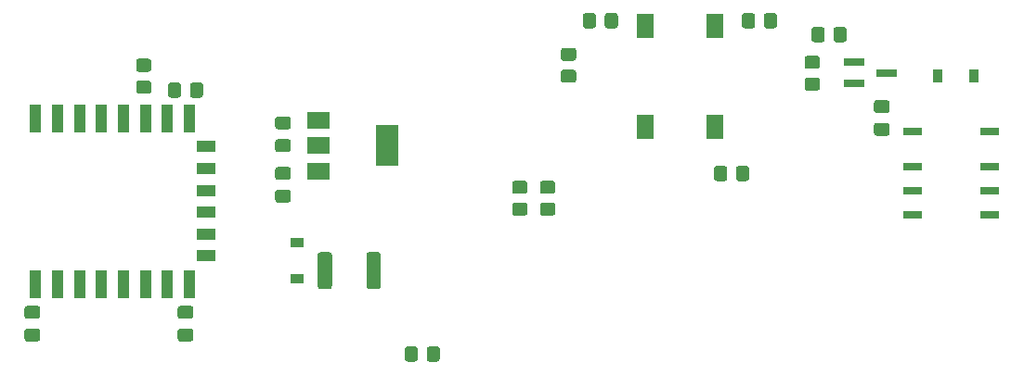
<source format=gbr>
%TF.GenerationSoftware,KiCad,Pcbnew,5.1.12-84ad8e8a86~92~ubuntu20.04.1*%
%TF.CreationDate,2022-01-15T19:27:07+01:00*%
%TF.ProjectId,autotrigger_dslr,6175746f-7472-4696-9767-65725f64736c,rev?*%
%TF.SameCoordinates,Original*%
%TF.FileFunction,Paste,Top*%
%TF.FilePolarity,Positive*%
%FSLAX46Y46*%
G04 Gerber Fmt 4.6, Leading zero omitted, Abs format (unit mm)*
G04 Created by KiCad (PCBNEW 5.1.12-84ad8e8a86~92~ubuntu20.04.1) date 2022-01-15 19:27:07*
%MOMM*%
%LPD*%
G01*
G04 APERTURE LIST*
%ADD10R,1.800000X0.800000*%
%ADD11R,1.900000X0.800000*%
%ADD12R,1.600000X2.180000*%
%ADD13R,1.000000X2.500000*%
%ADD14R,1.800000X1.000000*%
%ADD15R,2.000000X3.800000*%
%ADD16R,2.000000X1.500000*%
%ADD17R,0.900000X1.200000*%
%ADD18R,1.200000X0.900000*%
G04 APERTURE END LIST*
%TO.C,C1*%
G36*
G01*
X64295000Y-90387500D02*
X65245000Y-90387500D01*
G75*
G02*
X65495000Y-90637500I0J-250000D01*
G01*
X65495000Y-91312500D01*
G75*
G02*
X65245000Y-91562500I-250000J0D01*
G01*
X64295000Y-91562500D01*
G75*
G02*
X64045000Y-91312500I0J250000D01*
G01*
X64045000Y-90637500D01*
G75*
G02*
X64295000Y-90387500I250000J0D01*
G01*
G37*
G36*
G01*
X64295000Y-88312500D02*
X65245000Y-88312500D01*
G75*
G02*
X65495000Y-88562500I0J-250000D01*
G01*
X65495000Y-89237500D01*
G75*
G02*
X65245000Y-89487500I-250000J0D01*
G01*
X64295000Y-89487500D01*
G75*
G02*
X64045000Y-89237500I0J250000D01*
G01*
X64045000Y-88562500D01*
G75*
G02*
X64295000Y-88312500I250000J0D01*
G01*
G37*
%TD*%
%TO.C,C2*%
G36*
G01*
X65245000Y-86947500D02*
X64295000Y-86947500D01*
G75*
G02*
X64045000Y-86697500I0J250000D01*
G01*
X64045000Y-86022500D01*
G75*
G02*
X64295000Y-85772500I250000J0D01*
G01*
X65245000Y-85772500D01*
G75*
G02*
X65495000Y-86022500I0J-250000D01*
G01*
X65495000Y-86697500D01*
G75*
G02*
X65245000Y-86947500I-250000J0D01*
G01*
G37*
G36*
G01*
X65245000Y-84872500D02*
X64295000Y-84872500D01*
G75*
G02*
X64045000Y-84622500I0J250000D01*
G01*
X64045000Y-83947500D01*
G75*
G02*
X64295000Y-83697500I250000J0D01*
G01*
X65245000Y-83697500D01*
G75*
G02*
X65495000Y-83947500I0J-250000D01*
G01*
X65495000Y-84622500D01*
G75*
G02*
X65245000Y-84872500I-250000J0D01*
G01*
G37*
%TD*%
%TO.C,C3*%
G36*
G01*
X41435000Y-101012500D02*
X42385000Y-101012500D01*
G75*
G02*
X42635000Y-101262500I0J-250000D01*
G01*
X42635000Y-101937500D01*
G75*
G02*
X42385000Y-102187500I-250000J0D01*
G01*
X41435000Y-102187500D01*
G75*
G02*
X41185000Y-101937500I0J250000D01*
G01*
X41185000Y-101262500D01*
G75*
G02*
X41435000Y-101012500I250000J0D01*
G01*
G37*
G36*
G01*
X41435000Y-103087500D02*
X42385000Y-103087500D01*
G75*
G02*
X42635000Y-103337500I0J-250000D01*
G01*
X42635000Y-104012500D01*
G75*
G02*
X42385000Y-104262500I-250000J0D01*
G01*
X41435000Y-104262500D01*
G75*
G02*
X41185000Y-104012500I0J250000D01*
G01*
X41185000Y-103337500D01*
G75*
G02*
X41435000Y-103087500I250000J0D01*
G01*
G37*
%TD*%
%TO.C,C4*%
G36*
G01*
X119855000Y-85445000D02*
X118905000Y-85445000D01*
G75*
G02*
X118655000Y-85195000I0J250000D01*
G01*
X118655000Y-84520000D01*
G75*
G02*
X118905000Y-84270000I250000J0D01*
G01*
X119855000Y-84270000D01*
G75*
G02*
X120105000Y-84520000I0J-250000D01*
G01*
X120105000Y-85195000D01*
G75*
G02*
X119855000Y-85445000I-250000J0D01*
G01*
G37*
G36*
G01*
X119855000Y-83370000D02*
X118905000Y-83370000D01*
G75*
G02*
X118655000Y-83120000I0J250000D01*
G01*
X118655000Y-82445000D01*
G75*
G02*
X118905000Y-82195000I250000J0D01*
G01*
X119855000Y-82195000D01*
G75*
G02*
X120105000Y-82445000I0J-250000D01*
G01*
X120105000Y-83120000D01*
G75*
G02*
X119855000Y-83370000I-250000J0D01*
G01*
G37*
%TD*%
%TO.C,C5*%
G36*
G01*
X56355000Y-102187500D02*
X55405000Y-102187500D01*
G75*
G02*
X55155000Y-101937500I0J250000D01*
G01*
X55155000Y-101262500D01*
G75*
G02*
X55405000Y-101012500I250000J0D01*
G01*
X56355000Y-101012500D01*
G75*
G02*
X56605000Y-101262500I0J-250000D01*
G01*
X56605000Y-101937500D01*
G75*
G02*
X56355000Y-102187500I-250000J0D01*
G01*
G37*
G36*
G01*
X56355000Y-104262500D02*
X55405000Y-104262500D01*
G75*
G02*
X55155000Y-104012500I0J250000D01*
G01*
X55155000Y-103337500D01*
G75*
G02*
X55405000Y-103087500I250000J0D01*
G01*
X56355000Y-103087500D01*
G75*
G02*
X56605000Y-103337500I0J-250000D01*
G01*
X56605000Y-104012500D01*
G75*
G02*
X56355000Y-104262500I-250000J0D01*
G01*
G37*
%TD*%
D10*
%TO.C,K1*%
X129230000Y-85100000D03*
X129230000Y-88300000D03*
X129230000Y-90500000D03*
X129230000Y-92700000D03*
X122230000Y-92700000D03*
X122230000Y-90500000D03*
X122230000Y-88300000D03*
X122230000Y-85100000D03*
%TD*%
D11*
%TO.C,Q1*%
X116840000Y-78740000D03*
X116840000Y-80640000D03*
X119840000Y-79690000D03*
%TD*%
%TO.C,R1*%
G36*
G01*
X109820000Y-74479999D02*
X109820000Y-75380001D01*
G75*
G02*
X109570001Y-75630000I-249999J0D01*
G01*
X108869999Y-75630000D01*
G75*
G02*
X108620000Y-75380001I0J249999D01*
G01*
X108620000Y-74479999D01*
G75*
G02*
X108869999Y-74230000I249999J0D01*
G01*
X109570001Y-74230000D01*
G75*
G02*
X109820000Y-74479999I0J-249999D01*
G01*
G37*
G36*
G01*
X107820000Y-74479999D02*
X107820000Y-75380001D01*
G75*
G02*
X107570001Y-75630000I-249999J0D01*
G01*
X106869999Y-75630000D01*
G75*
G02*
X106620000Y-75380001I0J249999D01*
G01*
X106620000Y-74479999D01*
G75*
G02*
X106869999Y-74230000I249999J0D01*
G01*
X107570001Y-74230000D01*
G75*
G02*
X107820000Y-74479999I0J-249999D01*
G01*
G37*
%TD*%
%TO.C,R2*%
G36*
G01*
X94110000Y-75380001D02*
X94110000Y-74479999D01*
G75*
G02*
X94359999Y-74230000I249999J0D01*
G01*
X95060001Y-74230000D01*
G75*
G02*
X95310000Y-74479999I0J-249999D01*
G01*
X95310000Y-75380001D01*
G75*
G02*
X95060001Y-75630000I-249999J0D01*
G01*
X94359999Y-75630000D01*
G75*
G02*
X94110000Y-75380001I0J249999D01*
G01*
G37*
G36*
G01*
X92110000Y-75380001D02*
X92110000Y-74479999D01*
G75*
G02*
X92359999Y-74230000I249999J0D01*
G01*
X93060001Y-74230000D01*
G75*
G02*
X93310000Y-74479999I0J-249999D01*
G01*
X93310000Y-75380001D01*
G75*
G02*
X93060001Y-75630000I-249999J0D01*
G01*
X92359999Y-75630000D01*
G75*
G02*
X92110000Y-75380001I0J249999D01*
G01*
G37*
%TD*%
%TO.C,R3*%
G36*
G01*
X116170000Y-75749999D02*
X116170000Y-76650001D01*
G75*
G02*
X115920001Y-76900000I-249999J0D01*
G01*
X115219999Y-76900000D01*
G75*
G02*
X114970000Y-76650001I0J249999D01*
G01*
X114970000Y-75749999D01*
G75*
G02*
X115219999Y-75500000I249999J0D01*
G01*
X115920001Y-75500000D01*
G75*
G02*
X116170000Y-75749999I0J-249999D01*
G01*
G37*
G36*
G01*
X114170000Y-75749999D02*
X114170000Y-76650001D01*
G75*
G02*
X113920001Y-76900000I-249999J0D01*
G01*
X113219999Y-76900000D01*
G75*
G02*
X112970000Y-76650001I0J249999D01*
G01*
X112970000Y-75749999D01*
G75*
G02*
X113219999Y-75500000I249999J0D01*
G01*
X113920001Y-75500000D01*
G75*
G02*
X114170000Y-75749999I0J-249999D01*
G01*
G37*
%TD*%
%TO.C,R4*%
G36*
G01*
X112579999Y-80140000D02*
X113480001Y-80140000D01*
G75*
G02*
X113730000Y-80389999I0J-249999D01*
G01*
X113730000Y-81090001D01*
G75*
G02*
X113480001Y-81340000I-249999J0D01*
G01*
X112579999Y-81340000D01*
G75*
G02*
X112330000Y-81090001I0J249999D01*
G01*
X112330000Y-80389999D01*
G75*
G02*
X112579999Y-80140000I249999J0D01*
G01*
G37*
G36*
G01*
X112579999Y-78140000D02*
X113480001Y-78140000D01*
G75*
G02*
X113730000Y-78389999I0J-249999D01*
G01*
X113730000Y-79090001D01*
G75*
G02*
X113480001Y-79340000I-249999J0D01*
G01*
X112579999Y-79340000D01*
G75*
G02*
X112330000Y-79090001I0J249999D01*
G01*
X112330000Y-78389999D01*
G75*
G02*
X112579999Y-78140000I249999J0D01*
G01*
G37*
%TD*%
%TO.C,R5*%
G36*
G01*
X91255001Y-78610000D02*
X90354999Y-78610000D01*
G75*
G02*
X90105000Y-78360001I0J249999D01*
G01*
X90105000Y-77659999D01*
G75*
G02*
X90354999Y-77410000I249999J0D01*
G01*
X91255001Y-77410000D01*
G75*
G02*
X91505000Y-77659999I0J-249999D01*
G01*
X91505000Y-78360001D01*
G75*
G02*
X91255001Y-78610000I-249999J0D01*
G01*
G37*
G36*
G01*
X91255001Y-80610000D02*
X90354999Y-80610000D01*
G75*
G02*
X90105000Y-80360001I0J249999D01*
G01*
X90105000Y-79659999D01*
G75*
G02*
X90354999Y-79410000I249999J0D01*
G01*
X91255001Y-79410000D01*
G75*
G02*
X91505000Y-79659999I0J-249999D01*
G01*
X91505000Y-80360001D01*
G75*
G02*
X91255001Y-80610000I-249999J0D01*
G01*
G37*
%TD*%
%TO.C,R6*%
G36*
G01*
X86810001Y-92770000D02*
X85909999Y-92770000D01*
G75*
G02*
X85660000Y-92520001I0J249999D01*
G01*
X85660000Y-91819999D01*
G75*
G02*
X85909999Y-91570000I249999J0D01*
G01*
X86810001Y-91570000D01*
G75*
G02*
X87060000Y-91819999I0J-249999D01*
G01*
X87060000Y-92520001D01*
G75*
G02*
X86810001Y-92770000I-249999J0D01*
G01*
G37*
G36*
G01*
X86810001Y-90770000D02*
X85909999Y-90770000D01*
G75*
G02*
X85660000Y-90520001I0J249999D01*
G01*
X85660000Y-89819999D01*
G75*
G02*
X85909999Y-89570000I249999J0D01*
G01*
X86810001Y-89570000D01*
G75*
G02*
X87060000Y-89819999I0J-249999D01*
G01*
X87060000Y-90520001D01*
G75*
G02*
X86810001Y-90770000I-249999J0D01*
G01*
G37*
%TD*%
%TO.C,R7*%
G36*
G01*
X88449999Y-91570000D02*
X89350001Y-91570000D01*
G75*
G02*
X89600000Y-91819999I0J-249999D01*
G01*
X89600000Y-92520001D01*
G75*
G02*
X89350001Y-92770000I-249999J0D01*
G01*
X88449999Y-92770000D01*
G75*
G02*
X88200000Y-92520001I0J249999D01*
G01*
X88200000Y-91819999D01*
G75*
G02*
X88449999Y-91570000I249999J0D01*
G01*
G37*
G36*
G01*
X88449999Y-89570000D02*
X89350001Y-89570000D01*
G75*
G02*
X89600000Y-89819999I0J-249999D01*
G01*
X89600000Y-90520001D01*
G75*
G02*
X89350001Y-90770000I-249999J0D01*
G01*
X88449999Y-90770000D01*
G75*
G02*
X88200000Y-90520001I0J249999D01*
G01*
X88200000Y-89819999D01*
G75*
G02*
X88449999Y-89570000I249999J0D01*
G01*
G37*
%TD*%
%TO.C,R8*%
G36*
G01*
X107280000Y-88449999D02*
X107280000Y-89350001D01*
G75*
G02*
X107030001Y-89600000I-249999J0D01*
G01*
X106329999Y-89600000D01*
G75*
G02*
X106080000Y-89350001I0J249999D01*
G01*
X106080000Y-88449999D01*
G75*
G02*
X106329999Y-88200000I249999J0D01*
G01*
X107030001Y-88200000D01*
G75*
G02*
X107280000Y-88449999I0J-249999D01*
G01*
G37*
G36*
G01*
X105280000Y-88449999D02*
X105280000Y-89350001D01*
G75*
G02*
X105030001Y-89600000I-249999J0D01*
G01*
X104329999Y-89600000D01*
G75*
G02*
X104080000Y-89350001I0J249999D01*
G01*
X104080000Y-88449999D01*
G75*
G02*
X104329999Y-88200000I249999J0D01*
G01*
X105030001Y-88200000D01*
G75*
G02*
X105280000Y-88449999I0J-249999D01*
G01*
G37*
%TD*%
%TO.C,R9*%
G36*
G01*
X77870000Y-105860001D02*
X77870000Y-104959999D01*
G75*
G02*
X78119999Y-104710000I249999J0D01*
G01*
X78820001Y-104710000D01*
G75*
G02*
X79070000Y-104959999I0J-249999D01*
G01*
X79070000Y-105860001D01*
G75*
G02*
X78820001Y-106110000I-249999J0D01*
G01*
X78119999Y-106110000D01*
G75*
G02*
X77870000Y-105860001I0J249999D01*
G01*
G37*
G36*
G01*
X75870000Y-105860001D02*
X75870000Y-104959999D01*
G75*
G02*
X76119999Y-104710000I249999J0D01*
G01*
X76820001Y-104710000D01*
G75*
G02*
X77070000Y-104959999I0J-249999D01*
G01*
X77070000Y-105860001D01*
G75*
G02*
X76820001Y-106110000I-249999J0D01*
G01*
X76119999Y-106110000D01*
G75*
G02*
X75870000Y-105860001I0J249999D01*
G01*
G37*
%TD*%
%TO.C,R10*%
G36*
G01*
X51619999Y-78410000D02*
X52520001Y-78410000D01*
G75*
G02*
X52770000Y-78659999I0J-249999D01*
G01*
X52770000Y-79360001D01*
G75*
G02*
X52520001Y-79610000I-249999J0D01*
G01*
X51619999Y-79610000D01*
G75*
G02*
X51370000Y-79360001I0J249999D01*
G01*
X51370000Y-78659999D01*
G75*
G02*
X51619999Y-78410000I249999J0D01*
G01*
G37*
G36*
G01*
X51619999Y-80410000D02*
X52520001Y-80410000D01*
G75*
G02*
X52770000Y-80659999I0J-249999D01*
G01*
X52770000Y-81360001D01*
G75*
G02*
X52520001Y-81610000I-249999J0D01*
G01*
X51619999Y-81610000D01*
G75*
G02*
X51370000Y-81360001I0J249999D01*
G01*
X51370000Y-80659999D01*
G75*
G02*
X51619999Y-80410000I249999J0D01*
G01*
G37*
%TD*%
%TO.C,R11*%
G36*
G01*
X57480000Y-80829999D02*
X57480000Y-81730001D01*
G75*
G02*
X57230001Y-81980000I-249999J0D01*
G01*
X56529999Y-81980000D01*
G75*
G02*
X56280000Y-81730001I0J249999D01*
G01*
X56280000Y-80829999D01*
G75*
G02*
X56529999Y-80580000I249999J0D01*
G01*
X57230001Y-80580000D01*
G75*
G02*
X57480000Y-80829999I0J-249999D01*
G01*
G37*
G36*
G01*
X55480000Y-80829999D02*
X55480000Y-81730001D01*
G75*
G02*
X55230001Y-81980000I-249999J0D01*
G01*
X54529999Y-81980000D01*
G75*
G02*
X54280000Y-81730001I0J249999D01*
G01*
X54280000Y-80829999D01*
G75*
G02*
X54529999Y-80580000I249999J0D01*
G01*
X55230001Y-80580000D01*
G75*
G02*
X55480000Y-80829999I0J-249999D01*
G01*
G37*
%TD*%
D12*
%TO.C,SW1*%
X104140000Y-75420000D03*
X104140000Y-84600000D03*
%TD*%
%TO.C,SW2*%
X97790000Y-84600000D03*
X97790000Y-75420000D03*
%TD*%
D13*
%TO.C,U1*%
X42220000Y-99040000D03*
X44220000Y-99040000D03*
X46220000Y-99040000D03*
X48220000Y-99040000D03*
X50220000Y-99040000D03*
X52220000Y-99040000D03*
X54220000Y-99040000D03*
X56220000Y-99040000D03*
D14*
X57720000Y-96440000D03*
X57720000Y-94440000D03*
X57720000Y-92440000D03*
X57720000Y-90440000D03*
X57720000Y-88440000D03*
X57720000Y-86440000D03*
D13*
X56220000Y-83840000D03*
X54220000Y-83840000D03*
X52220000Y-83840000D03*
X50220000Y-83840000D03*
X48220000Y-83840000D03*
X46220000Y-83840000D03*
X44220000Y-83840000D03*
X42220000Y-83840000D03*
%TD*%
D15*
%TO.C,U2*%
X74270000Y-86360000D03*
D16*
X67970000Y-86360000D03*
X67970000Y-88660000D03*
X67970000Y-84060000D03*
%TD*%
D17*
%TO.C,D1*%
X124460000Y-80010000D03*
X127760000Y-80010000D03*
%TD*%
D18*
%TO.C,D2*%
X66040000Y-95250000D03*
X66040000Y-98550000D03*
%TD*%
%TO.C,F1*%
G36*
G01*
X67930000Y-99240001D02*
X67930000Y-96339999D01*
G75*
G02*
X68179999Y-96090000I249999J0D01*
G01*
X68980001Y-96090000D01*
G75*
G02*
X69230000Y-96339999I0J-249999D01*
G01*
X69230000Y-99240001D01*
G75*
G02*
X68980001Y-99490000I-249999J0D01*
G01*
X68179999Y-99490000D01*
G75*
G02*
X67930000Y-99240001I0J249999D01*
G01*
G37*
G36*
G01*
X72380000Y-99240001D02*
X72380000Y-96339999D01*
G75*
G02*
X72629999Y-96090000I249999J0D01*
G01*
X73430001Y-96090000D01*
G75*
G02*
X73680000Y-96339999I0J-249999D01*
G01*
X73680000Y-99240001D01*
G75*
G02*
X73430001Y-99490000I-249999J0D01*
G01*
X72629999Y-99490000D01*
G75*
G02*
X72380000Y-99240001I0J249999D01*
G01*
G37*
%TD*%
M02*

</source>
